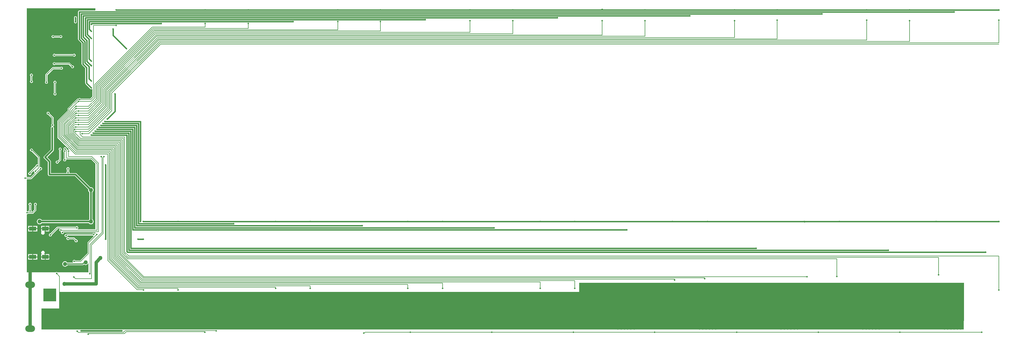
<source format=gbl>
G04*
G04 #@! TF.GenerationSoftware,Altium Limited,Altium Designer,18.1.7 (191)*
G04*
G04 Layer_Physical_Order=2*
G04 Layer_Color=16711680*
%FSLAX44Y44*%
%MOMM*%
G71*
G01*
G75*
%ADD11C,0.2000*%
%ADD81C,0.4000*%
%ADD82C,0.3000*%
%ADD83C,0.5000*%
%ADD84C,1.0000*%
%ADD114R,4.0000X4.0000*%
%ADD115O,3.0000X2.0000*%
%ADD116R,2.0000X1.2000*%
%ADD117R,2.3000X1.2000*%
%ADD118C,0.4800*%
%ADD119C,0.5080*%
%ADD120C,1.2700*%
%ADD121R,29.5000X6.5000*%
%ADD122R,277.1000X11.5000*%
%ADD123R,117.9000X11.8000*%
G36*
X450000Y1173078D02*
X401000D01*
X399439Y1172768D01*
X398116Y1171884D01*
X397232Y1170561D01*
X396922Y1169000D01*
Y1085000D01*
X396922Y1085000D01*
X397232Y1083439D01*
X398116Y1082116D01*
X407922Y1072311D01*
Y1009000D01*
X407922Y1009000D01*
X408232Y1007439D01*
X409116Y1006116D01*
X418922Y996311D01*
Y950000D01*
X418922Y950000D01*
X419232Y948439D01*
X420116Y947116D01*
X433050Y934183D01*
X433828Y933018D01*
X435283Y932046D01*
X437000Y931704D01*
X438717Y932046D01*
X439671Y932683D01*
X440941Y932057D01*
Y909267D01*
X434923Y903249D01*
X405057D01*
X403717Y904145D01*
X402000Y904486D01*
X400283Y904145D01*
X398943Y903249D01*
X396190D01*
X395020Y903016D01*
X394027Y902353D01*
X394027Y902353D01*
X365837Y874163D01*
X365174Y873170D01*
X364941Y872000D01*
X364941Y872000D01*
Y866267D01*
X356635Y857961D01*
X356635Y857961D01*
X356635Y857960D01*
X334837Y836163D01*
X334174Y835171D01*
X333941Y834000D01*
X333941Y834000D01*
Y784000D01*
X333941Y784000D01*
X334174Y782830D01*
X334837Y781837D01*
X368937Y747738D01*
X368311Y746567D01*
X368000Y746629D01*
X366229Y746277D01*
X365495Y745786D01*
X364249Y746034D01*
X364163Y746163D01*
X361579Y748747D01*
X361629Y749000D01*
X361277Y750771D01*
X360273Y752273D01*
X358771Y753277D01*
X357000Y753629D01*
X355229Y753277D01*
X353727Y752273D01*
X352723Y750771D01*
X352371Y749000D01*
X352723Y747229D01*
X353628Y745875D01*
X352727Y745273D01*
X351723Y743771D01*
X351371Y742000D01*
X351723Y740229D01*
X352727Y738727D01*
X352941Y738584D01*
Y718416D01*
X352727Y718273D01*
X351723Y716771D01*
X351371Y715000D01*
X351723Y713229D01*
X352727Y711727D01*
X354229Y710723D01*
X356000Y710371D01*
X357771Y710723D01*
X359273Y711727D01*
X360277Y713229D01*
X360629Y715000D01*
X360423Y716034D01*
X361509Y717039D01*
X362000Y716941D01*
X436733D01*
X450000Y703674D01*
Y502059D01*
X396063D01*
X395677Y503329D01*
X396273Y503727D01*
X397277Y505229D01*
X397629Y507000D01*
X397277Y508771D01*
X396273Y510273D01*
X394771Y511277D01*
X393000Y511629D01*
X391229Y511277D01*
X389727Y510273D01*
X389584Y510059D01*
X334000D01*
X334000Y510059D01*
X332830Y509826D01*
X331837Y509163D01*
X331837Y509163D01*
X312253Y489579D01*
X312000Y489629D01*
X310229Y489277D01*
X308727Y488273D01*
X307723Y486771D01*
X307371Y485000D01*
X307723Y483228D01*
X308727Y481727D01*
X310229Y480723D01*
X312000Y480371D01*
X313771Y480723D01*
X315273Y481727D01*
X316277Y483228D01*
X316629Y485000D01*
X316579Y485253D01*
X335267Y503941D01*
X339646D01*
X340325Y502671D01*
X339723Y501771D01*
X339371Y500000D01*
X339723Y498229D01*
X340727Y496727D01*
X342229Y495723D01*
X344000Y495371D01*
X344305Y495432D01*
X345069Y494289D01*
X344723Y493771D01*
X344371Y492000D01*
X344723Y490229D01*
X345727Y488727D01*
X347229Y487723D01*
X349000Y487371D01*
X350771Y487723D01*
X352273Y488727D01*
X353277Y490229D01*
X353617Y491941D01*
X450000D01*
Y488975D01*
X448730Y488590D01*
X448273Y489273D01*
X446771Y490277D01*
X445000Y490629D01*
X443229Y490277D01*
X441727Y489273D01*
X441584Y489059D01*
X363000D01*
X363000Y489059D01*
X361829Y488826D01*
X360837Y488163D01*
X360837Y488163D01*
X360253Y487579D01*
X360000Y487629D01*
X358229Y487277D01*
X356727Y486273D01*
X355723Y484771D01*
X355371Y483000D01*
X355723Y481229D01*
X356727Y479727D01*
X358229Y478723D01*
X360000Y478371D01*
X361771Y478723D01*
X363273Y479727D01*
X364277Y481229D01*
X364617Y482941D01*
X441584D01*
X441727Y482727D01*
X443229Y481723D01*
X443540Y481661D01*
X443958Y480284D01*
X426837Y463163D01*
X426174Y462170D01*
X425941Y461000D01*
X425941Y461000D01*
Y429267D01*
X403733Y407059D01*
X388416D01*
X388273Y407273D01*
X386771Y408277D01*
X385000Y408629D01*
X383229Y408277D01*
X381727Y407273D01*
X380723Y405771D01*
X380371Y404000D01*
X380723Y402229D01*
X381652Y400839D01*
X381523Y400300D01*
X381174Y399569D01*
X364560D01*
X364294Y400211D01*
X362955Y401955D01*
X361211Y403294D01*
X359180Y404135D01*
X357000Y404422D01*
X354820Y404135D01*
X352789Y403294D01*
X351045Y401955D01*
X349706Y400211D01*
X348865Y398180D01*
X348578Y396000D01*
X348865Y393820D01*
X349706Y391789D01*
X351045Y390045D01*
X352789Y388706D01*
X354820Y387865D01*
X357000Y387578D01*
X359180Y387865D01*
X361211Y388706D01*
X362955Y390045D01*
X364294Y391789D01*
X364560Y392431D01*
X411000D01*
X412366Y392703D01*
X413523Y393477D01*
X414637Y394590D01*
X415789Y393706D01*
X417820Y392865D01*
X420000Y392578D01*
X422180Y392865D01*
X424211Y393706D01*
X425955Y395045D01*
X427294Y396789D01*
X427730Y397842D01*
X429000Y397590D01*
Y370000D01*
X334287D01*
X334172Y370172D01*
X332717Y371145D01*
X331000Y371486D01*
X329283Y371145D01*
X327828Y370172D01*
X327713Y370000D01*
X240000D01*
Y547712D01*
X240982Y548517D01*
X241000Y548514D01*
X242717Y548855D01*
X244172Y549828D01*
X244248Y549941D01*
X258000D01*
X258000Y549941D01*
X259171Y550174D01*
X260163Y550837D01*
X268163Y558837D01*
X268826Y559829D01*
X269059Y561000D01*
Y575752D01*
X269172Y575828D01*
X270145Y577283D01*
X270486Y579000D01*
X270145Y580717D01*
X269172Y582172D01*
X267717Y583145D01*
X266000Y583486D01*
X264283Y583145D01*
X262828Y582172D01*
X261855Y580717D01*
X261514Y579000D01*
X261855Y577283D01*
X262828Y575828D01*
X262941Y575752D01*
Y562267D01*
X256757Y556082D01*
X255488Y556119D01*
X254496Y557329D01*
X254629Y558000D01*
X254277Y559771D01*
X253273Y561273D01*
X253059Y561416D01*
Y575584D01*
X253273Y575727D01*
X254277Y577229D01*
X254629Y579000D01*
X254277Y580771D01*
X253273Y582273D01*
X251772Y583277D01*
X250000Y583629D01*
X248229Y583277D01*
X246727Y582273D01*
X245723Y580771D01*
X245371Y579000D01*
X245723Y577229D01*
X246727Y575727D01*
X246941Y575584D01*
Y561416D01*
X246727Y561273D01*
X245723Y559771D01*
X245371Y558000D01*
X245505Y557329D01*
X245168Y556918D01*
X244172Y556172D01*
X242717Y557145D01*
X241000Y557486D01*
X240982Y557483D01*
X240000Y558288D01*
Y655941D01*
X253000D01*
X253000Y655941D01*
X254171Y656174D01*
X255163Y656837D01*
X281747Y683421D01*
X282000Y683371D01*
X283771Y683723D01*
X285273Y684727D01*
X286277Y686229D01*
X286629Y688000D01*
X286277Y689771D01*
X285273Y691273D01*
X283771Y692277D01*
X282000Y692629D01*
X281329Y692495D01*
X280059Y693538D01*
Y723000D01*
X280059Y723000D01*
X279826Y724171D01*
X279163Y725163D01*
X279163Y725163D01*
X258663Y745663D01*
X258472Y745791D01*
X258277Y746771D01*
X257273Y748273D01*
X255771Y749277D01*
X254000Y749629D01*
X252229Y749277D01*
X250727Y748273D01*
X249723Y746771D01*
X249371Y745000D01*
X249723Y743229D01*
X250727Y741727D01*
X252229Y740723D01*
X254000Y740371D01*
X254426Y740456D01*
X254500Y740441D01*
X255233D01*
X273941Y721733D01*
Y702538D01*
X272671Y701495D01*
X272000Y701629D01*
X270229Y701277D01*
X268727Y700273D01*
X267723Y698771D01*
X267371Y697000D01*
X267421Y696747D01*
X248130Y677456D01*
X247229Y677277D01*
X245727Y676273D01*
X244723Y674771D01*
X244371Y673000D01*
X244723Y671229D01*
X245727Y669727D01*
X247229Y668723D01*
X249000Y668371D01*
X250771Y668723D01*
X252273Y669727D01*
X253277Y671229D01*
X253629Y673000D01*
X253413Y674087D01*
X260263Y680937D01*
X261433Y680311D01*
X261371Y680000D01*
X261723Y678229D01*
X262727Y676727D01*
X263853Y675975D01*
X264206Y674532D01*
X251733Y662059D01*
X240000D01*
Y1180000D01*
X450000D01*
Y1173078D01*
D02*
G37*
%LPC*%
G36*
X389000Y1155486D02*
X387283Y1155145D01*
X385828Y1154172D01*
X384855Y1152717D01*
X384514Y1151000D01*
X384855Y1149283D01*
X384922Y1149184D01*
Y1139816D01*
X384855Y1139717D01*
X384514Y1138000D01*
X384855Y1136283D01*
X385828Y1134828D01*
X387283Y1133855D01*
X389000Y1133514D01*
X390717Y1133855D01*
X392172Y1134828D01*
X393145Y1136283D01*
X393486Y1138000D01*
X393145Y1139717D01*
X393078Y1139816D01*
Y1149184D01*
X393145Y1149283D01*
X393486Y1151000D01*
X393145Y1152717D01*
X392172Y1154172D01*
X390717Y1155145D01*
X389000Y1155486D01*
D02*
G37*
G36*
X344000Y1097486D02*
X342283Y1097145D01*
X340828Y1096172D01*
X340752Y1096059D01*
X323248D01*
X323172Y1096172D01*
X321717Y1097145D01*
X320000Y1097486D01*
X318283Y1097145D01*
X316828Y1096172D01*
X315855Y1094717D01*
X315514Y1093000D01*
X315855Y1091283D01*
X316828Y1089828D01*
X318283Y1088855D01*
X320000Y1088514D01*
X321717Y1088855D01*
X323172Y1089828D01*
X323248Y1089941D01*
X340752D01*
X340828Y1089828D01*
X342283Y1088855D01*
X344000Y1088514D01*
X345717Y1088855D01*
X347172Y1089828D01*
X348145Y1091283D01*
X348486Y1093000D01*
X348145Y1094717D01*
X347172Y1096172D01*
X345717Y1097145D01*
X344000Y1097486D01*
D02*
G37*
G36*
X385000Y1040486D02*
X383283Y1040145D01*
X381828Y1039172D01*
X381752Y1039059D01*
X327248D01*
X327172Y1039172D01*
X325717Y1040145D01*
X324000Y1040486D01*
X322283Y1040145D01*
X320828Y1039172D01*
X319855Y1037717D01*
X319514Y1036000D01*
X319855Y1034283D01*
X320828Y1032828D01*
X322283Y1031855D01*
X324000Y1031514D01*
X325717Y1031855D01*
X327172Y1032828D01*
X327248Y1032941D01*
X381752D01*
X381828Y1032828D01*
X383283Y1031855D01*
X385000Y1031514D01*
X386717Y1031855D01*
X388172Y1032828D01*
X389145Y1034283D01*
X389486Y1036000D01*
X389145Y1037717D01*
X388172Y1039172D01*
X386717Y1040145D01*
X385000Y1040486D01*
D02*
G37*
G36*
X324000Y1014486D02*
X322283Y1014145D01*
X320828Y1013172D01*
X319855Y1011717D01*
X319514Y1010000D01*
X319855Y1008283D01*
X320828Y1006828D01*
X322283Y1005855D01*
X324000Y1005514D01*
X325717Y1005855D01*
X327172Y1006828D01*
X327248Y1006941D01*
X368733D01*
X375520Y1000154D01*
X375514Y1000123D01*
X375855Y998407D01*
X376828Y996951D01*
X378283Y995979D01*
X380000Y995637D01*
X381717Y995979D01*
X383172Y996951D01*
X384145Y998407D01*
X384486Y1000123D01*
X384145Y1001840D01*
X383172Y1003296D01*
X381717Y1004268D01*
X380000Y1004610D01*
X379763Y1004562D01*
X372163Y1012163D01*
X371171Y1012826D01*
X370000Y1013059D01*
X370000Y1013059D01*
X327248D01*
X327172Y1013172D01*
X325717Y1014145D01*
X324000Y1014486D01*
D02*
G37*
G36*
X346000Y1000486D02*
X344283Y1000145D01*
X342828Y999172D01*
X342752Y999059D01*
X320000D01*
X318829Y998826D01*
X317837Y998163D01*
X298837Y979163D01*
X298837Y979163D01*
X297837Y978163D01*
X297174Y977170D01*
X296941Y976000D01*
X296941Y976000D01*
Y956248D01*
X296828Y956172D01*
X295855Y954717D01*
X295514Y953000D01*
X295855Y951283D01*
X296828Y949828D01*
X298283Y948855D01*
X300000Y948514D01*
X301717Y948855D01*
X303172Y949828D01*
X304145Y951283D01*
X304486Y953000D01*
X304145Y954717D01*
X303172Y956172D01*
X303059Y956248D01*
Y974733D01*
X303163Y974837D01*
X303163Y974837D01*
X321267Y992941D01*
X342752D01*
X342828Y992828D01*
X344283Y991855D01*
X346000Y991514D01*
X347717Y991855D01*
X349172Y992828D01*
X350145Y994283D01*
X350486Y996000D01*
X350145Y997717D01*
X349172Y999172D01*
X347717Y1000145D01*
X346000Y1000486D01*
D02*
G37*
G36*
X254000Y979486D02*
X252283Y979145D01*
X250828Y978172D01*
X249855Y976717D01*
X249514Y975000D01*
X249855Y973283D01*
X250828Y971828D01*
X250941Y971752D01*
Y958248D01*
X250828Y958172D01*
X249855Y956717D01*
X249514Y955000D01*
X249855Y953283D01*
X250828Y951828D01*
X252283Y950855D01*
X254000Y950514D01*
X255717Y950855D01*
X257172Y951828D01*
X258145Y953283D01*
X258486Y955000D01*
X258145Y956717D01*
X257172Y958172D01*
X257059Y958248D01*
Y971752D01*
X257172Y971828D01*
X258145Y973283D01*
X258486Y975000D01*
X258145Y976717D01*
X257172Y978172D01*
X255717Y979145D01*
X254000Y979486D01*
D02*
G37*
G36*
X326000Y957486D02*
X324283Y957145D01*
X322828Y956172D01*
X321855Y954717D01*
X321514Y953000D01*
X321855Y951283D01*
X322828Y949828D01*
X322941Y949752D01*
Y920248D01*
X322828Y920172D01*
X321855Y918717D01*
X321514Y917000D01*
X321855Y915283D01*
X322828Y913828D01*
X324283Y912855D01*
X326000Y912514D01*
X327717Y912855D01*
X329172Y913828D01*
X330145Y915283D01*
X330486Y917000D01*
X330145Y918717D01*
X329172Y920172D01*
X329059Y920248D01*
Y949752D01*
X329172Y949828D01*
X330145Y951283D01*
X330486Y953000D01*
X330145Y954717D01*
X329172Y956172D01*
X327717Y957145D01*
X326000Y957486D01*
D02*
G37*
G36*
X342000Y752629D02*
X340229Y752277D01*
X338727Y751273D01*
X337723Y749771D01*
X337371Y748000D01*
X337723Y746229D01*
X338727Y744727D01*
X338941Y744584D01*
Y717267D01*
X334087Y712413D01*
X333000Y712629D01*
X331229Y712277D01*
X329727Y711273D01*
X328723Y709771D01*
X328371Y708000D01*
X328723Y706229D01*
X329727Y704727D01*
X331229Y703723D01*
X333000Y703371D01*
X334771Y703723D01*
X336273Y704727D01*
X337277Y706229D01*
X337456Y707130D01*
X344163Y713837D01*
X344163Y713837D01*
X344826Y714829D01*
X345059Y716000D01*
X345059Y716000D01*
Y744584D01*
X345273Y744727D01*
X346277Y746229D01*
X346629Y748000D01*
X346277Y749771D01*
X345273Y751273D01*
X343771Y752277D01*
X342000Y752629D01*
D02*
G37*
G36*
X305000Y862486D02*
X303283Y862145D01*
X301828Y861172D01*
X300855Y859717D01*
X300514Y858000D01*
X300855Y856283D01*
X301828Y854828D01*
X303283Y853855D01*
X305000Y853514D01*
X305134Y853540D01*
X315941Y842733D01*
Y825248D01*
X315828Y825172D01*
X314855Y823717D01*
X314514Y822000D01*
X314855Y820283D01*
X315828Y818828D01*
X316262Y818537D01*
X316254Y817907D01*
X316082Y817131D01*
X314756Y816244D01*
X313761Y814756D01*
X313412Y813000D01*
Y746900D01*
X292901Y726389D01*
X292727Y726273D01*
X291723Y724771D01*
X291371Y723000D01*
X291723Y721229D01*
X292727Y719727D01*
X292901Y719611D01*
X304412Y708100D01*
Y672000D01*
X304590Y671103D01*
X304371Y670000D01*
X304723Y668229D01*
X305727Y666727D01*
X307229Y665723D01*
X309000Y665371D01*
X309205Y665412D01*
X387099D01*
X427803Y624709D01*
X427578Y623000D01*
X427865Y620820D01*
X428706Y618789D01*
X430045Y617045D01*
X431412Y615996D01*
Y533004D01*
X430045Y531955D01*
X428996Y530588D01*
X286004D01*
X284955Y531955D01*
X283211Y533294D01*
X281180Y534135D01*
X279000Y534422D01*
X276820Y534135D01*
X274789Y533294D01*
X273045Y531955D01*
X271706Y530211D01*
X270865Y528180D01*
X270578Y526000D01*
X270865Y523820D01*
X271706Y521789D01*
X273045Y520045D01*
X274789Y518706D01*
X276820Y517865D01*
X279000Y517578D01*
X281180Y517865D01*
X283211Y518706D01*
X284955Y520045D01*
X286004Y521412D01*
X428996D01*
X430045Y520045D01*
X431789Y518706D01*
X433820Y517865D01*
X436000Y517578D01*
X438180Y517865D01*
X440211Y518706D01*
X441955Y520045D01*
X443294Y521789D01*
X444135Y523820D01*
X444422Y526000D01*
X444135Y528180D01*
X443294Y530211D01*
X441955Y531955D01*
X440588Y533004D01*
Y615996D01*
X441955Y617045D01*
X443294Y618789D01*
X444135Y620820D01*
X444422Y623000D01*
X444135Y625180D01*
X443294Y627211D01*
X441955Y628955D01*
X440211Y630294D01*
X438180Y631135D01*
X436000Y631422D01*
X434291Y631197D01*
X392244Y673244D01*
X390756Y674239D01*
X389000Y674588D01*
X371349D01*
X370543Y675570D01*
X370629Y676000D01*
X370277Y677771D01*
X369273Y679273D01*
X369059Y679416D01*
Y684584D01*
X369273Y684727D01*
X370277Y686229D01*
X370629Y688000D01*
X370277Y689771D01*
X369273Y691273D01*
X367771Y692277D01*
X366000Y692629D01*
X364229Y692277D01*
X362727Y691273D01*
X361723Y689771D01*
X361371Y688000D01*
X361723Y686229D01*
X362727Y684727D01*
X362941Y684584D01*
Y679416D01*
X362727Y679273D01*
X361723Y677771D01*
X361371Y676000D01*
X361457Y675570D01*
X360651Y674588D01*
X313588D01*
Y710000D01*
X313239Y711756D01*
X312244Y713244D01*
X302489Y723000D01*
X321244Y741756D01*
X322239Y743244D01*
X322588Y745000D01*
Y813000D01*
X322239Y814756D01*
X321244Y816244D01*
X320759Y816569D01*
X320741Y817117D01*
X320918Y817990D01*
X322172Y818828D01*
X323145Y820283D01*
X323486Y822000D01*
X323145Y823717D01*
X322172Y825172D01*
X322059Y825248D01*
Y844000D01*
X321826Y845171D01*
X321163Y846163D01*
X321163Y846163D01*
X309460Y857866D01*
X309486Y858000D01*
X309145Y859717D01*
X308172Y861172D01*
X306717Y862145D01*
X305000Y862486D01*
D02*
G37*
G36*
X308900Y512740D02*
X297630D01*
Y505470D01*
X308900D01*
Y512740D01*
D02*
G37*
G36*
X295090D02*
X283820D01*
Y505470D01*
X295090D01*
Y512740D01*
D02*
G37*
G36*
X271800D02*
X259030D01*
Y505470D01*
X271800D01*
Y512740D01*
D02*
G37*
G36*
X256490D02*
X243720D01*
Y505470D01*
X256490D01*
Y512740D01*
D02*
G37*
G36*
X308900Y502930D02*
X297630D01*
Y495660D01*
X308900D01*
Y502930D01*
D02*
G37*
G36*
X271800D02*
X259030D01*
Y495660D01*
X271800D01*
Y502930D01*
D02*
G37*
G36*
X256490D02*
X243720D01*
Y495660D01*
X256490D01*
Y502930D01*
D02*
G37*
G36*
X295090D02*
X283820D01*
Y495660D01*
X284603D01*
X285141Y494390D01*
X284245Y493049D01*
X283838Y491000D01*
X284245Y488952D01*
X285405Y487215D01*
X287142Y486055D01*
X289190Y485647D01*
X291239Y486055D01*
X292975Y487215D01*
X294136Y488952D01*
X294543Y491000D01*
X294136Y493049D01*
X293239Y494390D01*
X293778Y495660D01*
X295090D01*
Y502930D01*
D02*
G37*
G36*
X366000Y478629D02*
X364229Y478277D01*
X362727Y477273D01*
X361723Y475771D01*
X361371Y474000D01*
X361723Y472229D01*
X362727Y470727D01*
X364229Y469723D01*
X366000Y469371D01*
X367771Y469723D01*
X369273Y470727D01*
X369417Y470941D01*
X382733D01*
X386421Y467253D01*
X386371Y467000D01*
X386723Y465229D01*
X387727Y463727D01*
X389229Y462723D01*
X391000Y462371D01*
X392771Y462723D01*
X394273Y463727D01*
X395277Y465229D01*
X395629Y467000D01*
X395277Y468771D01*
X394273Y470273D01*
X392771Y471277D01*
X391000Y471629D01*
X390747Y471579D01*
X386163Y476163D01*
X385171Y476826D01*
X384000Y477059D01*
X384000Y477059D01*
X369417D01*
X369273Y477273D01*
X367771Y478277D01*
X366000Y478629D01*
D02*
G37*
G36*
X308900Y426240D02*
X297630D01*
Y418970D01*
X308900D01*
Y426240D01*
D02*
G37*
G36*
X289190Y436353D02*
X287142Y435946D01*
X285405Y434785D01*
X284245Y433049D01*
X283838Y431000D01*
X284245Y428952D01*
X285208Y427510D01*
X284753Y426240D01*
X283820D01*
Y418970D01*
X295090D01*
Y426240D01*
X293628D01*
X293172Y427510D01*
X294136Y428952D01*
X294543Y431000D01*
X294136Y433049D01*
X292975Y434785D01*
X291239Y435946D01*
X289190Y436353D01*
D02*
G37*
G36*
X271800Y426240D02*
X259030D01*
Y418970D01*
X271800D01*
Y426240D01*
D02*
G37*
G36*
X256490D02*
X243720D01*
Y418970D01*
X256490D01*
Y426240D01*
D02*
G37*
G36*
X308900Y416430D02*
X297630D01*
Y409160D01*
X308900D01*
Y416430D01*
D02*
G37*
G36*
X295090D02*
X283820D01*
Y409160D01*
X295090D01*
Y416430D01*
D02*
G37*
G36*
X271800D02*
X259030D01*
Y409160D01*
X271800D01*
Y416430D01*
D02*
G37*
G36*
X256490D02*
X243720D01*
Y409160D01*
X256490D01*
Y416430D01*
D02*
G37*
%LPD*%
D11*
X492000Y872000D02*
Y924000D01*
X429000Y809000D02*
X492000Y872000D01*
Y924000D02*
X646000Y1078000D01*
X379000Y701000D02*
X380000Y700000D01*
X434000Y365000D02*
Y456000D01*
X342500Y1105190D02*
X344000Y1106690D01*
X265000Y938000D02*
X266000Y937000D01*
X247000Y944000D02*
X254000Y937000D01*
X398000Y186000D02*
X535000D01*
X394000Y190000D02*
X398000Y186000D01*
X334000Y507000D02*
X393000D01*
X312000Y485000D02*
X334000Y507000D01*
X312000Y484000D02*
Y485000D01*
X366000Y474000D02*
X384000D01*
X391000Y467000D01*
X249000Y579000D02*
X250000Y578000D01*
X429000Y428000D02*
Y461000D01*
X405000Y404000D02*
X429000Y428000D01*
X385000Y404000D02*
X405000D01*
X250000Y558000D02*
Y578000D01*
X241000Y553000D02*
X258000D01*
X389000Y375000D02*
X409000D01*
X419000Y385000D01*
X384000Y356000D02*
Y357000D01*
X235000Y659000D02*
X253000D01*
X282000Y688000D01*
X280000Y635000D02*
X288000Y643000D01*
Y691000D01*
X282000Y697000D02*
X288000Y691000D01*
X269000Y549000D02*
X288000D01*
X249000Y674000D02*
X271500Y696500D01*
X249000Y673000D02*
Y674000D01*
X266000Y680000D02*
X277000Y691000D01*
X266000Y680000D02*
X266000D01*
X282000Y753000D02*
Y781000D01*
Y697000D02*
Y753000D01*
X252000D02*
X282000D01*
X248000Y749000D02*
X252000Y753000D01*
X248000Y742000D02*
Y749000D01*
Y742000D02*
X254000Y736000D01*
X277000Y691000D02*
Y723000D01*
X256500Y743500D02*
X277000Y723000D01*
X254500Y743500D02*
X256500D01*
X1276000Y187000D02*
X2163000D01*
X1272000Y183000D02*
X1276000Y187000D01*
X545000Y188000D02*
X785000D01*
Y187000D02*
Y188000D01*
X819000Y192000D02*
X820000Y191000D01*
X817000Y192000D02*
X819000D01*
X539000Y182000D02*
X545000Y188000D01*
X428000Y181000D02*
X429000Y182000D01*
X427000Y180000D02*
X428000Y181000D01*
X429000Y182000D02*
X539000D01*
X535000Y186000D02*
X541000Y192000D01*
X817000Y192000D01*
X331000Y367000D02*
X340000Y358000D01*
Y305000D02*
Y358000D01*
X474000Y723000D02*
X476000Y725000D01*
X468000D02*
X470000Y723000D01*
X429000Y461000D02*
X454000Y486000D01*
X281000Y1113000D02*
X290000Y1122000D01*
X281000Y1101000D02*
Y1113000D01*
X352000Y495000D02*
X459000D01*
X349000Y492000D02*
X352000Y495000D01*
X349000Y492000D02*
X349000D01*
X360000Y483000D02*
X363000Y486000D01*
X268000Y841000D02*
X272000Y837000D01*
X263000Y846000D02*
X268000D01*
X254000Y837000D02*
X263000Y846000D01*
X268000Y841000D02*
Y846000D01*
X474000Y490000D02*
Y723000D01*
X438000Y454000D02*
X474000Y490000D01*
X438000Y351000D02*
Y454000D01*
X470000Y492000D02*
Y723000D01*
X434000Y456000D02*
X470000Y492000D01*
X389000Y351000D02*
X438000D01*
X433000Y366000D02*
X434000Y365000D01*
X384000Y356000D02*
X389000Y351000D01*
X342000Y716000D02*
Y748000D01*
X334000Y708000D02*
X342000Y716000D01*
X333000Y708000D02*
X334000D01*
X324000Y701000D02*
X349000D01*
X317000Y708000D02*
X324000Y701000D01*
X307000Y1105000D02*
X342310D01*
X290000Y1122000D02*
X307000Y1105000D01*
X290000Y1122000D02*
Y1122000D01*
X254000Y837000D02*
Y937000D01*
Y938000D01*
X265000D01*
X266000Y937000D02*
X267000Y938000D01*
X290000D01*
X291000Y939000D01*
Y1043000D01*
Y927000D02*
Y939000D01*
X272000Y837000D02*
X312000Y877000D01*
X291000Y1043000D02*
X291000D01*
X281000Y1053000D02*
X291000Y1043000D01*
X281000Y1053000D02*
Y1053000D01*
X247000Y1029000D02*
X254000Y1036000D01*
X247000Y944000D02*
Y1029000D01*
X253000Y976000D02*
X254000Y975000D01*
Y955000D02*
Y975000D01*
X512000Y1127000D02*
X513000Y1126000D01*
X578000Y317000D02*
X597000D01*
X396190Y900190D02*
X436190D01*
X388000Y733000D02*
X488000D01*
X337000Y784000D02*
X388000Y733000D01*
X337000Y784000D02*
Y834000D01*
X390000Y737000D02*
X459000D01*
X341000Y786000D02*
X390000Y737000D01*
X341000Y786000D02*
Y832000D01*
X392000Y741000D02*
X463000D01*
X345000Y788000D02*
X392000Y741000D01*
X345000Y788000D02*
Y830000D01*
X394000Y745000D02*
X467000D01*
X349000Y790000D02*
X394000Y745000D01*
X349000Y790000D02*
Y828000D01*
X395000Y749000D02*
X471000D01*
X353000Y791000D02*
X395000Y749000D01*
X353000Y791000D02*
Y826000D01*
X396000Y753000D02*
X475000D01*
X357000Y792000D02*
X396000Y753000D01*
X357000Y792000D02*
Y824000D01*
X397000Y757000D02*
X479000D01*
X361000Y793000D02*
X397000Y757000D01*
X361000Y793000D02*
Y822000D01*
X325500Y953500D02*
X326000Y954000D01*
X325000Y953000D02*
X326000Y952000D01*
Y917000D02*
Y952000D01*
X312000Y906000D02*
X327000D01*
X312000Y877000D02*
Y906000D01*
X312000D01*
X291000Y927000D02*
X312000Y906000D01*
X2315000Y353000D02*
X2317000Y351000D01*
X2224000Y349000D02*
X2225000Y348000D01*
X594000Y349000D02*
X2224000D01*
X398000Y761000D02*
X483000D01*
X365000Y794000D02*
X398000Y761000D01*
X365000Y794000D02*
Y820000D01*
X399000Y765000D02*
X487000D01*
X369000Y795000D02*
X399000Y765000D01*
X369000Y795000D02*
Y818000D01*
X400000Y769000D02*
X491000D01*
X373000Y796000D02*
X400000Y769000D01*
X373000Y796000D02*
Y816000D01*
X401000Y773000D02*
X528000D01*
X377000Y797000D02*
X401000Y773000D01*
X377000Y797000D02*
Y814000D01*
X402000Y777000D02*
X532000D01*
X381000Y798000D02*
X402000Y777000D01*
X381000Y798000D02*
Y812000D01*
X385000Y800000D02*
X404000Y781000D01*
X385000Y800000D02*
Y808000D01*
X404000Y781000D02*
X536000D01*
X362000Y720000D02*
Y744000D01*
X357000Y749000D02*
X362000Y744000D01*
X368000Y725000D02*
X439000D01*
X368000D02*
Y742000D01*
X362000Y720000D02*
X438000D01*
X356000Y715000D02*
Y742000D01*
Y714000D02*
Y715000D01*
X349000Y701000D02*
Y758000D01*
X326000Y781000D02*
X349000Y758000D01*
X326000Y781000D02*
Y863000D01*
X312000Y877000D02*
X326000Y863000D01*
X312000Y877000D02*
X312000D01*
X390000Y872000D02*
X391000D01*
X380500Y862500D02*
X390000Y872000D01*
X380500Y859500D02*
Y862500D01*
X358798Y855798D02*
X358798D01*
X337000Y834000D02*
X358798Y855798D01*
X368000Y872000D02*
X396190Y900190D01*
X368000Y865000D02*
Y872000D01*
X358798Y855798D02*
X368000Y865000D01*
X361048Y852048D02*
Y852048D01*
X341000Y832000D02*
X361048Y852048D01*
X372000Y869000D02*
X397190Y894190D01*
X372000Y863000D02*
Y869000D01*
X361048Y852048D02*
X372000Y863000D01*
X624000Y1122000D02*
X786000D01*
X376000Y865000D02*
X390123Y879123D01*
X376000Y861000D02*
Y865000D01*
X345000Y830000D02*
X376000Y861000D01*
X349000Y828000D02*
X380500Y859500D01*
X385000Y858000D02*
Y860000D01*
X353000Y826000D02*
X385000Y858000D01*
X357000Y824000D02*
X391000Y858000D01*
X385000Y860000D02*
X390000Y865000D01*
X398000D01*
X390000Y851000D02*
X398000D01*
X361000Y822000D02*
X390000Y851000D01*
X319000Y822000D02*
Y844000D01*
X282000Y781000D02*
Y782000D01*
X305000Y858000D02*
X319000Y844000D01*
X425000Y663000D02*
Y664000D01*
X388000Y701000D02*
X425000Y664000D01*
X380000Y701000D02*
X388000D01*
X266000Y561000D02*
Y579000D01*
X258000Y553000D02*
X266000Y561000D01*
X349000Y701000D02*
X361000D01*
X345000Y499000D02*
X455000D01*
X344000Y500000D02*
X345000Y499000D01*
X281000Y1074000D02*
Y1101000D01*
Y1053000D02*
Y1074000D01*
X288000D01*
X500000Y920000D02*
X650000Y1070000D01*
X500000Y920000D02*
X500000Y920000D01*
Y866000D02*
Y920000D01*
X650000Y1070000D02*
X3217000D01*
X496000Y922000D02*
X648000Y1074000D01*
X3217000D01*
X496000Y869000D02*
Y922000D01*
X429190Y795190D02*
X500000Y866000D01*
X3217000Y1074000D02*
Y1142000D01*
X550000Y416000D02*
X3032000D01*
X646000Y1078000D02*
X2943000D01*
Y1142000D01*
X488000Y875000D02*
Y926000D01*
X644000Y1082000D01*
X2812000D01*
X642000Y1086000D02*
X2538000D01*
X484000Y928000D02*
X642000Y1086000D01*
X484000Y878000D02*
Y928000D01*
X2538000Y1086000D02*
Y1143000D01*
X596000Y353000D02*
X2315000D01*
X480000Y881000D02*
Y930000D01*
X640000Y1090000D01*
X2407000D01*
X476000Y884000D02*
Y932000D01*
X638000Y1094000D01*
X2133000D01*
X472000Y899000D02*
Y934000D01*
X636000Y1098000D01*
X2002000D01*
X464000Y893000D02*
Y938000D01*
X634000Y1102000D02*
X1728000D01*
X468000Y936000D02*
X634000Y1102000D01*
X590000Y341000D02*
X1812000D01*
X468000Y890000D02*
Y936000D01*
X464000Y938000D02*
X632000Y1106000D01*
X1597000D01*
X460000Y940000D02*
X630000Y1110000D01*
X460000Y896000D02*
Y940000D01*
X630000Y1110000D02*
X1323000Y1110000D01*
X628000Y1114000D02*
X1192000D01*
X456000Y899000D02*
Y942000D01*
X628000Y1114000D01*
X456000Y942000D02*
X456000Y942000D01*
X456000Y929000D02*
Y942000D01*
X452000Y944000D02*
X626000Y1118000D01*
X452000Y902000D02*
Y944000D01*
X626000Y1118000D02*
X918000D01*
X448000Y905000D02*
Y946000D01*
X624000Y1122000D01*
X786000D02*
Y1133000D01*
X552000Y420000D02*
X3217000Y420000D01*
X540000Y785000D02*
X540000Y432000D01*
X552000Y420000D02*
X555000D01*
X540000Y432000D02*
X552000Y420000D01*
X536000Y781000D02*
X536000Y430000D01*
X550000Y416000D01*
X549000Y412000D02*
X2721000Y412000D01*
Y358000D02*
Y412000D01*
X549000Y412000D02*
X551000D01*
X532000Y429000D02*
X549000Y412000D01*
X532000Y777000D02*
X532000Y429000D01*
X598000Y357000D02*
X2627000D01*
X597000D02*
X598000D01*
X528000Y427000D02*
X598000Y357000D01*
X528000Y773000D02*
X528000Y427000D01*
X524000Y425000D02*
X596000Y353000D01*
X524000Y769000D02*
X524000Y425000D01*
X520000Y423000D02*
Y765000D01*
Y423000D02*
X594000Y349000D01*
X516000Y421000D02*
Y761000D01*
Y421000D02*
X592000Y345000D01*
X1918000D01*
X512000Y757000D02*
X512000Y419000D01*
X590000Y341000D01*
X508000Y417000D02*
Y753000D01*
Y417000D02*
X588000Y337000D01*
X1513000D01*
X504000Y415000D02*
Y749000D01*
Y415000D02*
X586000Y333000D01*
X1407000D01*
X584000Y329000D02*
X1108000D01*
X583000D02*
X584000D01*
X500000Y413000D02*
X584000Y329000D01*
X500000Y745000D02*
X500000Y413000D01*
X1513000Y334000D02*
Y337000D01*
X496000Y411000D02*
Y741000D01*
Y411000D02*
X582000Y325000D01*
X1002000D01*
X492000Y409000D02*
Y737000D01*
Y409000D02*
X580000Y321000D01*
X703000D01*
X488000Y407000D02*
X578000Y317000D01*
X488000Y407000D02*
Y733000D01*
X2224000Y347000D02*
X2225000Y348000D01*
X2316000Y351000D02*
X2317000D01*
X1513000Y321000D02*
Y334000D01*
X1513000Y334000D01*
X1407000Y321000D02*
Y333000D01*
X1108000Y321000D02*
Y329000D01*
X1108000Y329000D01*
X1002000Y321000D02*
Y325000D01*
X1002000Y325000D01*
X3032000Y363000D02*
Y416000D01*
X3217000Y317000D02*
Y420000D01*
X291000Y1043000D02*
X335000D01*
X265000Y1053000D02*
X281000D01*
X344000Y1093000D02*
X345000D01*
X320000D02*
X344000D01*
X342310Y1105000D02*
X343810D01*
X324000Y1036000D02*
X384877D01*
X336000Y947000D02*
Y963000D01*
Y915000D02*
Y947000D01*
X301000Y977000D02*
Y977000D01*
X300000Y976000D02*
X301000Y977000D01*
X300000Y953000D02*
Y976000D01*
X327000Y906000D02*
X336000Y915000D01*
X325000Y953000D02*
X325500Y953500D01*
X301000Y977000D02*
X320000Y996000D01*
X438000Y720000D02*
X455000Y703000D01*
X439000Y725000D02*
X459000Y705000D01*
X320000Y996000D02*
X346000D01*
X363000Y486000D02*
X445000D01*
X459000Y495000D02*
Y705000D01*
X455000Y499000D02*
Y703000D01*
X342310Y1105000D02*
X342500Y1105190D01*
X344000D01*
X425000Y663000D02*
X436000D01*
X378810Y1001190D02*
X378933D01*
X370000Y1010000D02*
X378810Y1001190D01*
X324000Y1010000D02*
X370000D01*
X336000Y963000D02*
X336000D01*
X326000D02*
X336000D01*
X336000D02*
X341000Y968000D01*
X1812000Y321000D02*
Y341000D01*
X361000Y701000D02*
X379000D01*
X361000Y700000D02*
Y701000D01*
X366000Y676000D02*
Y688000D01*
X459000Y737000D02*
X492000D01*
X463000Y741000D02*
X496000D01*
X467000Y745000D02*
X500000Y745000D01*
X471000Y749000D02*
X504000D01*
X475000Y753000D02*
X508000D01*
X479000Y757000D02*
X512000D01*
X483000Y761000D02*
X516000D01*
X487000Y765000D02*
X520000D01*
X491000Y769000D02*
X524000Y769000D01*
X528000Y357000D02*
X528000D01*
X411000Y785000D02*
X540000D01*
X472000Y899000D02*
X472000Y899000D01*
X429000Y844000D02*
X472000Y887000D01*
Y899000D01*
Y907000D01*
X456000Y899000D02*
Y899000D01*
X444000Y908000D02*
Y1127000D01*
Y908000D02*
Y908000D01*
X403000Y793000D02*
X411000Y785000D01*
X403000Y793000D02*
Y802000D01*
X429000D01*
X390000D02*
X403000D01*
X429000D02*
X496000Y869000D01*
X2914000Y187000D02*
X3164000D01*
X2664000D02*
X2914000D01*
X2414000D02*
X2664000D01*
X2163000D02*
X2414000D01*
X409000Y795000D02*
X429000D01*
X397190Y894190D02*
X398000D01*
X390123Y879123D02*
X391000D01*
X389000Y844000D02*
X390000D01*
X429000D01*
X365000Y820000D02*
X389000Y844000D01*
X369000Y818000D02*
X388000Y837000D01*
X398000D01*
X373000Y816000D02*
X387000Y830000D01*
X390000D01*
X377000Y814000D02*
X386000Y823000D01*
X398000D01*
X381000Y812000D02*
X385000Y816000D01*
X390000D01*
X385000Y808000D02*
X386000Y809000D01*
X390000Y830000D02*
X429000D01*
X390000Y816000D02*
X429000D01*
X386000Y809000D02*
X429000D01*
X386000D02*
Y810000D01*
X390000Y802000D02*
X391000Y803000D01*
X436190Y900190D02*
X444000Y908000D01*
X437190Y894190D02*
X448000Y905000D01*
X398000Y894190D02*
X437190D01*
X429123Y879123D02*
X452000Y902000D01*
X411000Y879123D02*
X429123D01*
X429000Y872000D02*
X456000Y899000D01*
X391000Y872000D02*
X429000D01*
X429000Y865000D02*
X460000Y896000D01*
X398000Y865000D02*
X429000D01*
X429000Y858000D02*
X464000Y893000D01*
X391000Y858000D02*
X429000D01*
X429000Y851000D02*
X468000Y890000D01*
X429000Y837000D02*
X476000Y884000D01*
X398000Y837000D02*
X429000D01*
Y830000D02*
X480000Y881000D01*
X429000Y823000D02*
X484000Y878000D01*
X398000Y823000D02*
X429000D01*
X429000Y816000D02*
X488000Y875000D01*
X398000Y851000D02*
X429000D01*
X1513000Y334000D02*
X1513000Y334000D01*
X703000Y316000D02*
Y321000D01*
X1918000D02*
Y345000D01*
X2538000Y1143000D02*
Y1144000D01*
X2812000Y1082000D02*
Y1143000D01*
X2407000Y1090000D02*
Y1142000D01*
X2133000Y1094000D02*
Y1141000D01*
X2002000Y1098000D02*
Y1142000D01*
X1728000Y1102000D02*
Y1142000D01*
X1597000Y1106000D02*
Y1142000D01*
X1323000Y1110000D02*
Y1139000D01*
X1192000Y1114000D02*
Y1139000D01*
X918000Y1118000D02*
Y1133000D01*
X2407000Y1142000D02*
Y1143000D01*
X786000Y1133000D02*
Y1134000D01*
X391000Y879123D02*
X411000D01*
X444000Y1127000D02*
X512000D01*
X378933Y1001190D02*
X380000Y1000123D01*
X411000Y879123D02*
Y879190D01*
X409000D02*
X411000D01*
X299190Y422000D02*
X300160Y422970D01*
Y503970D02*
X300190Y504000D01*
X290890Y504300D02*
X291190Y504000D01*
X259190Y418000D02*
X259390Y417800D01*
D81*
X504000Y1097000D02*
X545000Y1056000D01*
X504000Y1097000D02*
Y1116000D01*
X1728000Y1175000D02*
X2133000D01*
X580000Y472000D02*
X596000D01*
X2622000Y525000D02*
X2623000Y526000D01*
X558000Y444000D02*
X2473000D01*
X558000D02*
Y803000D01*
X552000Y797000D02*
X552000Y438000D01*
X548000Y432000D02*
X3176000D01*
X546000Y434000D02*
X548000Y432000D01*
X546000Y434000D02*
Y791000D01*
X510000Y864000D02*
Y917000D01*
X486000Y840000D02*
X510000Y864000D01*
X486000Y840000D02*
X486000D01*
X552000Y438000D02*
X2878000D01*
X576000Y513000D02*
X1267000D01*
X1108000Y526000D02*
X1407000D01*
X1002000D02*
X1108000D01*
X584000Y519000D02*
X873000D01*
X583000Y520000D02*
X584000Y519000D01*
X582000D02*
X583000Y520000D01*
X1918000Y526000D02*
X2213190D01*
X1812000D02*
X1918000D01*
X1513000D02*
X1812000D01*
X1407000D02*
X1513000D01*
X564000Y501000D02*
X2077000D01*
X3025000Y526000D02*
X3217000D01*
X2728000D02*
X3025000D01*
X2623000D02*
X2728000D01*
X2621000Y526000D02*
X2622000Y525000D01*
X2217000Y526000D02*
X2320000D01*
X2213190D02*
X2217000D01*
X2320000D02*
X2324000Y526000D01*
X2213190D02*
X2213190Y526000D01*
X481000Y472000D02*
Y700000D01*
X570000Y507000D02*
X1671000D01*
X564000Y501000D02*
Y809000D01*
X570000Y815000D02*
X570000Y507000D01*
X576000Y821000D02*
X576000Y513000D01*
X582000Y827000D02*
X582000Y519000D01*
X588000Y526000D02*
X588000Y833000D01*
X588000Y833000D02*
X588000Y833000D01*
X703000Y526000D02*
X1002000D01*
X699000D02*
X703000D01*
X698905Y525905D02*
X699000Y526000D01*
X698810D02*
X698905Y525905D01*
X596000Y526000D02*
X698810D01*
X2324000D02*
X2621000D01*
X437000Y791000D02*
X546000D01*
X443000Y797000D02*
X552000D01*
X449000Y803000D02*
X558000D01*
X455000Y809000D02*
X564000D01*
X461000Y815000D02*
X570000D01*
X543000Y821000D02*
X576000Y821000D01*
X473000Y827000D02*
X582000D01*
X556000Y833000D02*
X588000D01*
X479000D02*
X556000D01*
X467000Y821000D02*
X543000D01*
X423000Y950000D02*
X437000Y936000D01*
X401000Y1085000D02*
X412000Y1074000D01*
X401000Y1085000D02*
Y1169000D01*
X3080000D01*
X430000Y964000D02*
X437000Y957000D01*
X407000Y1088000D02*
X418000Y1077000D01*
X407000Y1088000D02*
Y1163000D01*
X2675000D01*
X424000Y1017000D02*
X437000Y1004000D01*
X413000Y1092000D02*
X424000Y1081000D01*
X413000Y1092000D02*
Y1157000D01*
X424000Y1017000D02*
Y1081000D01*
X413000Y1157000D02*
X2270000D01*
X430000Y1025000D02*
X437000Y1018000D01*
X430000Y1025000D02*
Y1085000D01*
X419000Y1096000D02*
X430000Y1085000D01*
X419000Y1096000D02*
X419000Y1096000D01*
Y1151000D02*
X1865000D01*
X419000Y1096000D02*
Y1151000D01*
X425000Y1099000D02*
Y1145000D01*
Y1099000D02*
X425095Y1099095D01*
X437000Y1087190D01*
X425000Y1145000D02*
X1460000D01*
X431000Y1115190D02*
Y1139000D01*
Y1115190D02*
X437000Y1109190D01*
X431000Y1139000D02*
X1055000D01*
X437000Y1131000D02*
X439000Y1133000D01*
X651000Y1133000D01*
X2133000Y1175000D02*
X2407000D01*
X412000Y1009000D02*
Y1074000D01*
X418000Y1013000D02*
Y1077000D01*
X412000Y1009000D02*
X423000Y998000D01*
X418000Y1013000D02*
X430000Y1001000D01*
X423000Y950000D02*
Y998000D01*
X430000Y964000D02*
Y1001000D01*
X389000Y1138000D02*
Y1151000D01*
X2943000Y1175000D02*
X3217000D01*
X2812000D02*
X2943000D01*
X2538000D02*
X2812000D01*
X2407000D02*
X2538000D01*
X1597000D02*
X1728000D01*
X1323000D02*
X1597000D01*
X1192000D02*
X1323000D01*
X918000D02*
X1192000D01*
X786000D02*
X918000D01*
X513000D02*
X786000D01*
D82*
X415000Y400000D02*
X418000D01*
X411000Y396000D02*
X415000Y400000D01*
X357000Y396000D02*
X411000D01*
D83*
X396000Y554190D02*
Y589000D01*
X341000Y554000D02*
X391000D01*
X406000Y191000D02*
X531000D01*
X435000Y526000D02*
X436000Y525000D01*
X296000Y723000D02*
X309000Y710000D01*
Y672000D02*
Y710000D01*
X318000Y745000D02*
Y813000D01*
X296000Y723000D02*
X318000Y745000D01*
X296000Y723000D02*
Y723000D01*
X389000Y670000D02*
X436000Y623000D01*
X309000Y670000D02*
X389000D01*
X391000Y554190D02*
X396000D01*
X341000Y554000D02*
Y559000D01*
X436000Y526000D02*
Y622000D01*
Y525000D02*
Y526000D01*
X279000D02*
X435000D01*
X396000Y589000D02*
Y604000D01*
D84*
X250000Y400000D02*
X250000Y400000D01*
X250000Y332500D02*
Y390000D01*
Y197500D02*
Y332500D01*
X452000Y335000D02*
Y401000D01*
X465000Y414000D01*
X355000Y335000D02*
X452000D01*
D114*
X310000Y301000D02*
D03*
Y229000D02*
D03*
D115*
X250000Y332500D02*
D03*
Y197500D02*
D03*
D116*
X296360Y504200D02*
D03*
Y417700D02*
D03*
D117*
X257760Y504200D02*
D03*
Y417700D02*
D03*
D118*
X406000Y191000D02*
D03*
X394000Y190000D02*
D03*
X241000Y553000D02*
D03*
X389000Y375000D02*
D03*
X384000Y356000D02*
D03*
X1914000Y187000D02*
D03*
X1664000D02*
D03*
X1414000D02*
D03*
X1350000Y229000D02*
D03*
Y219000D02*
D03*
Y209000D02*
D03*
Y199000D02*
D03*
Y239000D02*
D03*
X1340000Y229000D02*
D03*
Y219000D02*
D03*
Y209000D02*
D03*
Y199000D02*
D03*
Y239000D02*
D03*
X1330000Y229000D02*
D03*
Y219000D02*
D03*
Y209000D02*
D03*
Y199000D02*
D03*
Y239000D02*
D03*
X1320000Y229000D02*
D03*
Y219000D02*
D03*
Y209000D02*
D03*
Y199000D02*
D03*
Y239000D02*
D03*
X1310000Y229000D02*
D03*
Y219000D02*
D03*
Y209000D02*
D03*
Y199000D02*
D03*
Y239000D02*
D03*
X1300000Y229000D02*
D03*
Y219000D02*
D03*
Y209000D02*
D03*
Y199000D02*
D03*
Y239000D02*
D03*
X1550000Y238000D02*
D03*
Y198000D02*
D03*
Y208000D02*
D03*
Y218000D02*
D03*
Y228000D02*
D03*
X1560000Y238000D02*
D03*
Y198000D02*
D03*
Y208000D02*
D03*
Y218000D02*
D03*
Y228000D02*
D03*
X1570000Y238000D02*
D03*
Y198000D02*
D03*
Y208000D02*
D03*
Y218000D02*
D03*
Y228000D02*
D03*
X1580000Y238000D02*
D03*
Y198000D02*
D03*
Y208000D02*
D03*
Y218000D02*
D03*
Y228000D02*
D03*
X1590000Y238000D02*
D03*
Y198000D02*
D03*
Y208000D02*
D03*
Y218000D02*
D03*
Y228000D02*
D03*
X1600000Y238000D02*
D03*
Y198000D02*
D03*
Y208000D02*
D03*
Y218000D02*
D03*
Y228000D02*
D03*
X1850000D02*
D03*
Y218000D02*
D03*
Y208000D02*
D03*
Y198000D02*
D03*
Y238000D02*
D03*
X1840000Y228000D02*
D03*
Y218000D02*
D03*
Y208000D02*
D03*
Y198000D02*
D03*
Y238000D02*
D03*
X1830000Y228000D02*
D03*
Y218000D02*
D03*
Y208000D02*
D03*
Y198000D02*
D03*
Y238000D02*
D03*
X1820000Y228000D02*
D03*
Y218000D02*
D03*
Y208000D02*
D03*
Y198000D02*
D03*
Y238000D02*
D03*
X1810000Y228000D02*
D03*
Y218000D02*
D03*
Y208000D02*
D03*
Y198000D02*
D03*
Y238000D02*
D03*
X1800000Y228000D02*
D03*
Y218000D02*
D03*
Y208000D02*
D03*
Y198000D02*
D03*
Y238000D02*
D03*
X785000Y187000D02*
D03*
X820000Y191000D02*
D03*
X428000Y181000D02*
D03*
X531000Y191000D02*
D03*
X476000Y725000D02*
D03*
X468000D02*
D03*
X268000Y846000D02*
D03*
X481000Y472000D02*
D03*
X433000Y366000D02*
D03*
X331000Y367000D02*
D03*
X504000Y1116000D02*
D03*
X254000Y938000D02*
D03*
X267000D02*
D03*
X254000Y837000D02*
D03*
Y955000D02*
D03*
X580000Y472000D02*
D03*
X596000Y472000D02*
D03*
X326000Y917000D02*
D03*
X398000Y837000D02*
D03*
X390000Y830000D02*
D03*
X398000Y823000D02*
D03*
X390000Y816000D02*
D03*
X386000Y809000D02*
D03*
X390000Y802000D02*
D03*
X319000Y822000D02*
D03*
X318000Y813000D02*
D03*
X305000Y858000D02*
D03*
X545000Y1056000D02*
D03*
X510000Y917000D02*
D03*
X266000Y579000D02*
D03*
X481000Y700000D02*
D03*
X254000Y975000D02*
D03*
X3176000Y432000D02*
D03*
X2878000Y438000D02*
D03*
X2224000Y347000D02*
D03*
X2316000Y351000D02*
D03*
X2721000Y358000D02*
D03*
X2629000Y357000D02*
D03*
X1267000Y513000D02*
D03*
X2473000Y444000D02*
D03*
X1918000Y321000D02*
D03*
X1812000D02*
D03*
X1513000D02*
D03*
X1407000D02*
D03*
X1108000D02*
D03*
X1002000D02*
D03*
X873000Y519000D02*
D03*
X588000Y526000D02*
D03*
X2077000Y501000D02*
D03*
X3217000Y526000D02*
D03*
X3025000D02*
D03*
X2728000D02*
D03*
X2217000D02*
D03*
X1671000Y507000D02*
D03*
X596000Y526000D02*
D03*
X1002000D02*
D03*
X703000D02*
D03*
X2324000D02*
D03*
X2621000D02*
D03*
X1918000D02*
D03*
X1812000D02*
D03*
X1513000D02*
D03*
X1407000D02*
D03*
X1108000D02*
D03*
X288000Y1074000D02*
D03*
X344000Y1093000D02*
D03*
X320000D02*
D03*
X265000Y1053000D02*
D03*
X335000Y1043000D02*
D03*
X290000Y1122000D02*
D03*
X324000Y1036000D02*
D03*
X336000Y947000D02*
D03*
X281000Y1101000D02*
D03*
X300000Y953000D02*
D03*
X254000Y1036000D02*
D03*
X324000Y1010000D02*
D03*
X346000Y996000D02*
D03*
X385000Y1036000D02*
D03*
X341000Y968000D02*
D03*
X326000Y963000D02*
D03*
Y953000D02*
D03*
X437000Y791000D02*
D03*
X443000Y797000D02*
D03*
X449000Y803000D02*
D03*
X455000Y809000D02*
D03*
X461000Y815000D02*
D03*
X467000Y821000D02*
D03*
X473000Y827000D02*
D03*
X479000Y833000D02*
D03*
X486000Y840000D02*
D03*
X3032000Y363000D02*
D03*
X1272000Y184000D02*
D03*
X3164000Y187000D02*
D03*
X2914000D02*
D03*
X2163000D02*
D03*
X2664000D02*
D03*
X2414000D02*
D03*
X2050000Y237000D02*
D03*
Y197000D02*
D03*
Y207000D02*
D03*
Y217000D02*
D03*
Y227000D02*
D03*
X2060000Y237000D02*
D03*
Y197000D02*
D03*
Y207000D02*
D03*
Y217000D02*
D03*
Y227000D02*
D03*
X2070000Y237000D02*
D03*
Y197000D02*
D03*
Y207000D02*
D03*
Y217000D02*
D03*
Y227000D02*
D03*
X2080000Y237000D02*
D03*
Y197000D02*
D03*
Y207000D02*
D03*
Y217000D02*
D03*
Y227000D02*
D03*
X2090000Y237000D02*
D03*
Y197000D02*
D03*
Y207000D02*
D03*
Y217000D02*
D03*
Y227000D02*
D03*
X2100000Y237000D02*
D03*
Y197000D02*
D03*
Y207000D02*
D03*
Y217000D02*
D03*
Y227000D02*
D03*
X2300000Y237000D02*
D03*
Y197000D02*
D03*
Y207000D02*
D03*
Y217000D02*
D03*
Y227000D02*
D03*
X2310000Y237000D02*
D03*
Y197000D02*
D03*
Y207000D02*
D03*
Y217000D02*
D03*
Y227000D02*
D03*
X2320000Y237000D02*
D03*
Y197000D02*
D03*
Y207000D02*
D03*
Y217000D02*
D03*
Y227000D02*
D03*
X2330000Y237000D02*
D03*
Y197000D02*
D03*
Y207000D02*
D03*
Y217000D02*
D03*
Y227000D02*
D03*
X2340000Y237000D02*
D03*
Y197000D02*
D03*
Y207000D02*
D03*
Y217000D02*
D03*
Y227000D02*
D03*
X2350000Y237000D02*
D03*
Y197000D02*
D03*
Y207000D02*
D03*
Y217000D02*
D03*
Y227000D02*
D03*
X2550000Y237000D02*
D03*
Y197000D02*
D03*
Y207000D02*
D03*
Y217000D02*
D03*
Y227000D02*
D03*
X2560000Y237000D02*
D03*
Y197000D02*
D03*
Y207000D02*
D03*
Y217000D02*
D03*
Y227000D02*
D03*
X2570000Y237000D02*
D03*
Y197000D02*
D03*
Y207000D02*
D03*
Y217000D02*
D03*
Y227000D02*
D03*
X2580000Y237000D02*
D03*
Y197000D02*
D03*
Y207000D02*
D03*
Y217000D02*
D03*
Y227000D02*
D03*
X2590000Y237000D02*
D03*
Y197000D02*
D03*
Y207000D02*
D03*
Y217000D02*
D03*
Y227000D02*
D03*
X2600000Y237000D02*
D03*
Y197000D02*
D03*
Y207000D02*
D03*
Y217000D02*
D03*
Y227000D02*
D03*
X2800000Y237000D02*
D03*
Y197000D02*
D03*
Y207000D02*
D03*
Y217000D02*
D03*
Y227000D02*
D03*
X2810000Y237000D02*
D03*
Y197000D02*
D03*
Y207000D02*
D03*
Y217000D02*
D03*
Y227000D02*
D03*
X2820000Y237000D02*
D03*
Y197000D02*
D03*
Y207000D02*
D03*
Y217000D02*
D03*
Y227000D02*
D03*
X2830000Y237000D02*
D03*
Y197000D02*
D03*
Y207000D02*
D03*
Y217000D02*
D03*
Y227000D02*
D03*
X2840000Y237000D02*
D03*
Y197000D02*
D03*
Y207000D02*
D03*
Y217000D02*
D03*
Y227000D02*
D03*
X2850000Y237000D02*
D03*
Y197000D02*
D03*
Y207000D02*
D03*
Y217000D02*
D03*
Y227000D02*
D03*
X3100000D02*
D03*
Y217000D02*
D03*
Y207000D02*
D03*
Y197000D02*
D03*
Y237000D02*
D03*
X3090000Y227000D02*
D03*
Y217000D02*
D03*
Y207000D02*
D03*
Y197000D02*
D03*
Y237000D02*
D03*
X3080000Y227000D02*
D03*
Y217000D02*
D03*
Y207000D02*
D03*
Y197000D02*
D03*
Y237000D02*
D03*
X3070000Y227000D02*
D03*
Y217000D02*
D03*
Y207000D02*
D03*
Y197000D02*
D03*
Y237000D02*
D03*
X3060000Y227000D02*
D03*
Y217000D02*
D03*
Y207000D02*
D03*
Y197000D02*
D03*
Y237000D02*
D03*
X3050000Y227000D02*
D03*
Y217000D02*
D03*
Y207000D02*
D03*
Y197000D02*
D03*
Y237000D02*
D03*
X409000Y795000D02*
D03*
X390000Y844000D02*
D03*
X391000Y872000D02*
D03*
X398000Y865000D02*
D03*
X391000Y858000D02*
D03*
X398000Y851000D02*
D03*
X389000Y1151000D02*
D03*
Y1138000D02*
D03*
X3217000Y316190D02*
D03*
X703000Y316000D02*
D03*
X597000D02*
D03*
X2133000Y1175000D02*
D03*
X3217000D02*
D03*
X2943000D02*
D03*
X2812000D02*
D03*
X2538000D02*
D03*
X2407000D02*
D03*
X3217000Y1143000D02*
D03*
X2943000Y1142000D02*
D03*
X2812000Y1143000D02*
D03*
X2538000D02*
D03*
X2407000Y1142000D02*
D03*
X2133000D02*
D03*
X2002000D02*
D03*
X1728000D02*
D03*
X1597000D02*
D03*
X1323000Y1139000D02*
D03*
X1192000D02*
D03*
X918000Y1133000D02*
D03*
X786000D02*
D03*
X513000Y1175000D02*
D03*
X786000D02*
D03*
X918000D02*
D03*
X1192000D02*
D03*
X1323000D02*
D03*
X1597000D02*
D03*
X1728000D02*
D03*
X2002000Y1176000D02*
D03*
X513000Y1127000D02*
D03*
X437000Y1004190D02*
D03*
X3080000Y1169000D02*
D03*
X437000Y936190D02*
D03*
Y957190D02*
D03*
Y1018190D02*
D03*
X2675000Y1163000D02*
D03*
X2270000Y1157000D02*
D03*
X1865000Y1151000D02*
D03*
X1460000Y1145000D02*
D03*
X1055000Y1139000D02*
D03*
X651000Y1133000D02*
D03*
X437000Y1087190D02*
D03*
X437000Y1109190D02*
D03*
Y1131190D02*
D03*
X344000Y1105190D02*
D03*
X402000Y900000D02*
D03*
X391000Y879123D02*
D03*
X398000Y894190D02*
D03*
X380000Y1000123D02*
D03*
D119*
X366000Y474000D02*
D03*
X250000Y558000D02*
D03*
Y579000D02*
D03*
X235000Y659000D02*
D03*
X282000Y688000D02*
D03*
X266000Y680000D02*
D03*
X249000Y673000D02*
D03*
X254000Y745000D02*
D03*
Y736000D02*
D03*
X312000Y485000D02*
D03*
X385000Y404000D02*
D03*
X454000Y486000D02*
D03*
X391000Y467000D02*
D03*
X360000Y483000D02*
D03*
X334000Y644000D02*
D03*
X357000Y749000D02*
D03*
X368000Y742000D02*
D03*
X356000D02*
D03*
Y715000D02*
D03*
X282000Y781000D02*
D03*
X299000D02*
D03*
X282000Y697000D02*
D03*
X289000Y549000D02*
D03*
X269000D02*
D03*
X272000Y697000D02*
D03*
X342000Y748000D02*
D03*
X349000Y492000D02*
D03*
X344000Y500000D02*
D03*
X393000Y507000D02*
D03*
X296000Y723000D02*
D03*
X309000Y670000D02*
D03*
X445000Y486000D02*
D03*
X436000Y663000D02*
D03*
X333000Y708000D02*
D03*
X317000Y708000D02*
D03*
X341000Y559000D02*
D03*
X396000Y589000D02*
D03*
Y604000D02*
D03*
X391000Y554190D02*
D03*
X361000Y701000D02*
D03*
X380000D02*
D03*
X366000Y688000D02*
D03*
Y676000D02*
D03*
X425000Y663000D02*
D03*
D120*
X423000Y386000D02*
D03*
X357000Y396000D02*
D03*
X420000Y401000D02*
D03*
X415000Y435000D02*
D03*
X357000Y445000D02*
D03*
X365000Y580000D02*
D03*
X280000Y635000D02*
D03*
X425000Y695000D02*
D03*
X465000Y414000D02*
D03*
X355000Y335000D02*
D03*
X436000Y526000D02*
D03*
X279000D02*
D03*
X436000Y623000D02*
D03*
D121*
X432500Y227500D02*
D03*
D122*
X1724500Y252500D02*
D03*
D123*
X2520500Y280000D02*
D03*
M02*

</source>
